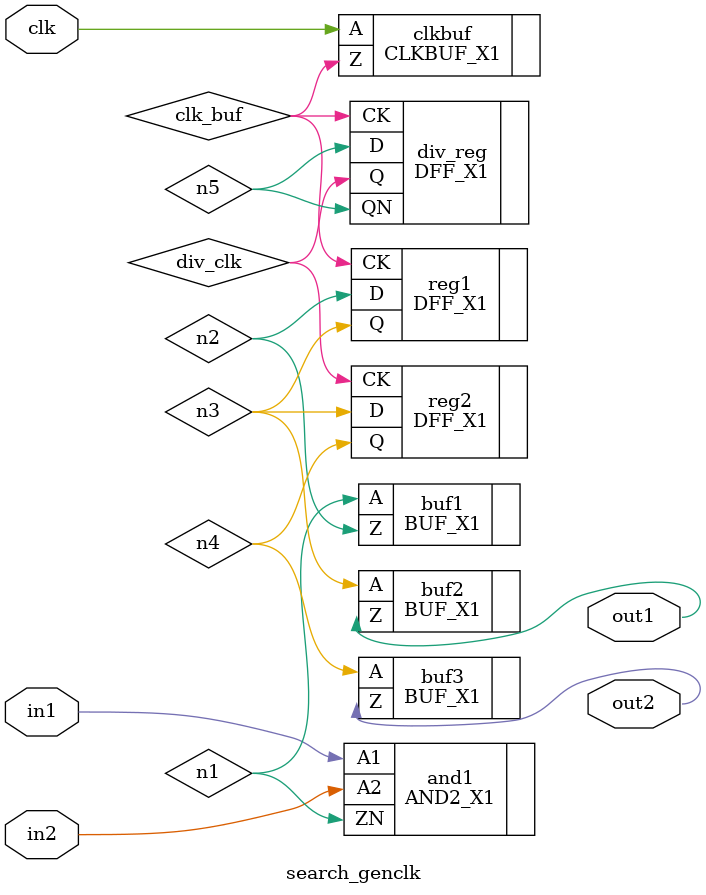
<source format=v>
module search_genclk (clk, in1, in2, out1, out2);
  input clk, in1, in2;
  output out1, out2;
  wire n1, n2, n3, n4, n5, div_clk, clk_buf;

  // Clock buffer
  CLKBUF_X1 clkbuf (.A(clk), .Z(clk_buf));

  // Clock divider: DFF with inverted Q feedback to D
  // Q toggles every clock edge -> divide by 2
  DFF_X1 div_reg (.D(n5), .CK(clk_buf), .Q(div_clk), .QN(n5));

  // Combinational logic path 1
  AND2_X1 and1 (.A1(in1), .A2(in2), .ZN(n1));
  BUF_X1 buf1 (.A(n1), .Z(n2));

  // Register on main clock domain
  DFF_X1 reg1 (.D(n2), .CK(clk_buf), .Q(n3));

  // Register on divided clock domain
  DFF_X1 reg2 (.D(n3), .CK(div_clk), .Q(n4));

  BUF_X1 buf2 (.A(n3), .Z(out1));
  BUF_X1 buf3 (.A(n4), .Z(out2));
endmodule

</source>
